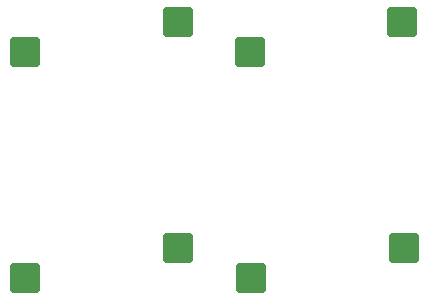
<source format=gbr>
%TF.GenerationSoftware,KiCad,Pcbnew,9.0.2*%
%TF.CreationDate,2025-11-16T09:52:10+01:00*%
%TF.ProjectId,test-stef_8_inter,74657374-2d73-4746-9566-5f385f696e74,rev?*%
%TF.SameCoordinates,Original*%
%TF.FileFunction,Paste,Bot*%
%TF.FilePolarity,Positive*%
%FSLAX46Y46*%
G04 Gerber Fmt 4.6, Leading zero omitted, Abs format (unit mm)*
G04 Created by KiCad (PCBNEW 9.0.2) date 2025-11-16 09:52:10*
%MOMM*%
%LPD*%
G01*
G04 APERTURE LIST*
G04 Aperture macros list*
%AMRoundRect*
0 Rectangle with rounded corners*
0 $1 Rounding radius*
0 $2 $3 $4 $5 $6 $7 $8 $9 X,Y pos of 4 corners*
0 Add a 4 corners polygon primitive as box body*
4,1,4,$2,$3,$4,$5,$6,$7,$8,$9,$2,$3,0*
0 Add four circle primitives for the rounded corners*
1,1,$1+$1,$2,$3*
1,1,$1+$1,$4,$5*
1,1,$1+$1,$6,$7*
1,1,$1+$1,$8,$9*
0 Add four rect primitives between the rounded corners*
20,1,$1+$1,$2,$3,$4,$5,0*
20,1,$1+$1,$4,$5,$6,$7,0*
20,1,$1+$1,$6,$7,$8,$9,0*
20,1,$1+$1,$8,$9,$2,$3,0*%
G04 Aperture macros list end*
%ADD10RoundRect,0.250000X-1.025000X-1.000000X1.025000X-1.000000X1.025000X1.000000X-1.025000X1.000000X0*%
G04 APERTURE END LIST*
D10*
%TO.C,SW5*%
X180502000Y-115040000D03*
X193429000Y-112500000D03*
%TD*%
%TO.C,SW1*%
X161375000Y-95885000D03*
X174302000Y-93345000D03*
%TD*%
%TO.C,SW2*%
X180375000Y-95885000D03*
X193302000Y-93345000D03*
%TD*%
%TO.C,SW4*%
X161375000Y-115040000D03*
X174302000Y-112500000D03*
%TD*%
M02*

</source>
